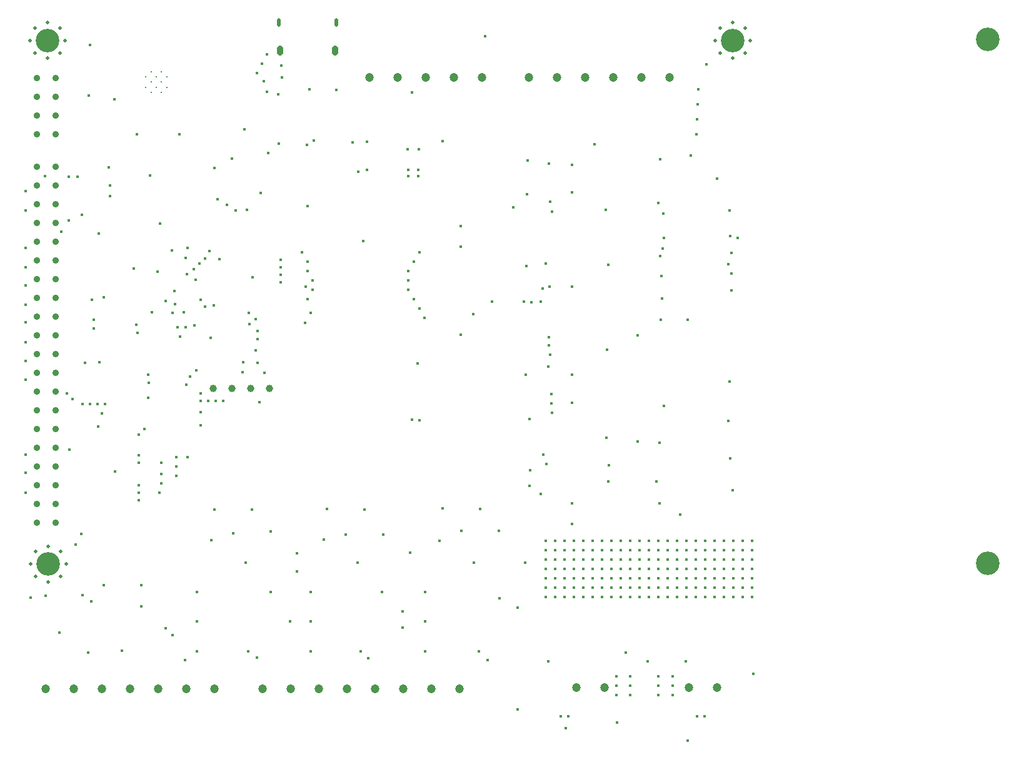
<source format=gbr>
%TF.GenerationSoftware,KiCad,Pcbnew,8.0.4*%
%TF.CreationDate,2024-10-07T12:30:45+07:00*%
%TF.ProjectId,System_Control,53797374-656d-45f4-936f-6e74726f6c2e,rev?*%
%TF.SameCoordinates,Original*%
%TF.FileFunction,Plated,1,4,PTH,Mixed*%
%TF.FilePolarity,Positive*%
%FSLAX46Y46*%
G04 Gerber Fmt 4.6, Leading zero omitted, Abs format (unit mm)*
G04 Created by KiCad (PCBNEW 8.0.4) date 2024-10-07 12:30:45*
%MOMM*%
%LPD*%
G01*
G04 APERTURE LIST*
%TA.AperFunction,ComponentDrill*%
%ADD10C,0.200000*%
%TD*%
%TA.AperFunction,ViaDrill*%
%ADD11C,0.400000*%
%TD*%
%TA.AperFunction,ComponentDrill*%
%ADD12C,0.500000*%
%TD*%
G04 aperture for slot hole*
%TA.AperFunction,ComponentDrill*%
%ADD13C,0.550000*%
%TD*%
G04 aperture for slot hole*
%TA.AperFunction,ComponentDrill*%
%ADD14C,0.850000*%
%TD*%
%TA.AperFunction,ComponentDrill*%
%ADD15C,0.900000*%
%TD*%
%TA.AperFunction,ComponentDrill*%
%ADD16C,1.000000*%
%TD*%
%TA.AperFunction,ComponentDrill*%
%ADD17C,1.200000*%
%TD*%
%TA.AperFunction,ComponentDrill*%
%ADD18C,3.200000*%
%TD*%
G04 APERTURE END LIST*
D10*
%TO.C,U1*%
X168950300Y-98067000D03*
X168950300Y-99467000D03*
X169650300Y-97367000D03*
X169650300Y-98767000D03*
X169650300Y-100167000D03*
X170350300Y-98067000D03*
X170350300Y-99467000D03*
X171050300Y-97367000D03*
X171050300Y-98767000D03*
X171050300Y-100167000D03*
X171750300Y-98067000D03*
X171750300Y-99467000D03*
%TD*%
D11*
X152685800Y-113579400D03*
X152685800Y-116195600D03*
X152685800Y-121275600D03*
X152685800Y-123891800D03*
X152685800Y-126355600D03*
X152685800Y-128946400D03*
X152685800Y-131334000D03*
X152685800Y-134026400D03*
X152685800Y-136541000D03*
X152685800Y-139106400D03*
X152685800Y-149266400D03*
X152685800Y-151704800D03*
X152685800Y-154422600D03*
X153370167Y-168645196D03*
X155302000Y-111496600D03*
X155346400Y-168430800D03*
X157257800Y-173371000D03*
X157511800Y-119091200D03*
X158273800Y-140986000D03*
X158477000Y-117541800D03*
X158502400Y-111598200D03*
X158604000Y-148606000D03*
X159035800Y-141748000D03*
X159467600Y-161509200D03*
X159696200Y-111572800D03*
X160153400Y-160036000D03*
X160280400Y-116754400D03*
X160382000Y-142408400D03*
X160382000Y-168316400D03*
X160712200Y-136820400D03*
X161144000Y-176114200D03*
X161220200Y-100600000D03*
X161347700Y-93742000D03*
X161398000Y-142408400D03*
X161550400Y-169161000D03*
X161658399Y-128307932D03*
X161880600Y-131003800D03*
X161912400Y-132146800D03*
X162414000Y-142408400D03*
X162464800Y-145456400D03*
X162518670Y-119342130D03*
X162668000Y-136712400D03*
X162972800Y-143703800D03*
X163238600Y-166932600D03*
X163251421Y-127935760D03*
X163430000Y-142408400D03*
X163887200Y-110353600D03*
X164065000Y-112817400D03*
X164065000Y-114214400D03*
X164674600Y-101108000D03*
X164750800Y-151577800D03*
X165716000Y-175860200D03*
X167316200Y-124018800D03*
X167652669Y-131632531D03*
X167697200Y-105857800D03*
X167773400Y-132750000D03*
X167938481Y-146605801D03*
X168002000Y-149368000D03*
X168002000Y-150384000D03*
X168002000Y-153432000D03*
X168002000Y-154448000D03*
X168002000Y-155464000D03*
X168318600Y-166958000D03*
X168332200Y-169891200D03*
X168764000Y-145812000D03*
X169261399Y-141565199D03*
X169261400Y-138420600D03*
X169322800Y-139538200D03*
X169501100Y-111471200D03*
X169729200Y-129937000D03*
X170556600Y-124501400D03*
X170796000Y-154448000D03*
X170872200Y-117948200D03*
X171050000Y-150384000D03*
X171050000Y-151908000D03*
X171050000Y-153178000D03*
X171588800Y-172786800D03*
X171634200Y-128470200D03*
X172447000Y-121580400D03*
X172558100Y-130029100D03*
X172574000Y-173777400D03*
X172828000Y-127124000D03*
X172929600Y-128870200D03*
X173082000Y-149622000D03*
X173082000Y-150892000D03*
X173082000Y-152162000D03*
X173261400Y-132045200D03*
X173488400Y-105857800D03*
X173590000Y-133264400D03*
X174098000Y-129937000D03*
X174269600Y-177124000D03*
X174309074Y-131994264D03*
X174326600Y-122647200D03*
X174377400Y-139754194D03*
X174504400Y-124825200D03*
X174556600Y-121224800D03*
X174606000Y-149622000D03*
X174961600Y-138700000D03*
X175469600Y-124120400D03*
X175527338Y-131772738D03*
X175691738Y-125606400D03*
X175758200Y-137887200D03*
X175838000Y-167885398D03*
X175838000Y-171873198D03*
X175838000Y-175911798D03*
X176155400Y-123383800D03*
X176358600Y-140986000D03*
X176380931Y-128289069D03*
X176384000Y-142002000D03*
X176384000Y-143526000D03*
X176384000Y-145304000D03*
X176968200Y-129200400D03*
X176993600Y-122672600D03*
X177400000Y-142002000D03*
X177552400Y-121707400D03*
X177757006Y-133443606D03*
X177806400Y-160836600D03*
X178111200Y-129022600D03*
X178187400Y-156721800D03*
X178193800Y-110404400D03*
X178416000Y-142002000D03*
X178670000Y-114682637D03*
X178873200Y-122774200D03*
X179432000Y-142002000D03*
X179940000Y-115392009D03*
X180600900Y-109159800D03*
X180727400Y-159922200D03*
X181108400Y-116170200D03*
X181997400Y-138065000D03*
X182124400Y-136744200D03*
X182265900Y-105164800D03*
X182435600Y-163897598D03*
X182661041Y-116096809D03*
X182759400Y-175911798D03*
X182886400Y-130024000D03*
X182965669Y-131607000D03*
X183267400Y-156721800D03*
X183365841Y-125266559D03*
X183775400Y-135144000D03*
X183788215Y-130902200D03*
X183978600Y-176800000D03*
X183979100Y-97552000D03*
X184029400Y-132524000D03*
X184029400Y-133645400D03*
X184029400Y-136795000D03*
X184283400Y-142129000D03*
X184461200Y-113776200D03*
X184620000Y-96282000D03*
X184918400Y-98644200D03*
X184969200Y-138166600D03*
X185324800Y-95012000D03*
X185376100Y-100092000D03*
X185530200Y-108390600D03*
X185807400Y-159719000D03*
X185807400Y-167885398D03*
X186848800Y-100447600D03*
X186927200Y-107120600D03*
X187213841Y-122841973D03*
X187213841Y-123862974D03*
X187213841Y-124906662D03*
X187213841Y-125923800D03*
X187255200Y-96536000D03*
X187356800Y-98136200D03*
X188474400Y-171873198D03*
X189414200Y-162652200D03*
X189414200Y-165116000D03*
X190087400Y-121871600D03*
X190526000Y-131384800D03*
X190608000Y-126508000D03*
X190760400Y-107280200D03*
X190817600Y-123151525D03*
X190818000Y-124411600D03*
X190818000Y-128221600D03*
X190862000Y-115586000D03*
X191090600Y-99711000D03*
X191249400Y-167885398D03*
X191249400Y-171873198D03*
X191249400Y-175911798D03*
X191256200Y-130031400D03*
X191548200Y-125681600D03*
X191548200Y-126951600D03*
X191700200Y-106670600D03*
X193047400Y-160824198D03*
X193427400Y-156651799D03*
X194722800Y-99812600D03*
X195967400Y-160087199D03*
X196958000Y-106950000D03*
X197630200Y-163897598D03*
X197694600Y-110912400D03*
X198024800Y-175911798D03*
X198380400Y-120310400D03*
X198507400Y-156702599D03*
X198888400Y-106873800D03*
X198888400Y-110683800D03*
X199091600Y-176850800D03*
X200932200Y-167885398D03*
X201047400Y-160087199D03*
X203726200Y-170551600D03*
X203726200Y-172761400D03*
X204349400Y-107915200D03*
X204451000Y-110683800D03*
X204451000Y-111522000D03*
X204502200Y-124411600D03*
X204502200Y-125681600D03*
X204502200Y-126951600D03*
X204755800Y-162576000D03*
X204959000Y-144542000D03*
X204984400Y-100168200D03*
X205232400Y-123141600D03*
X205232400Y-128221600D03*
X205715930Y-136942330D03*
X205828350Y-110677400D03*
X205828350Y-111522000D03*
X205898800Y-107915200D03*
X205958921Y-144623075D03*
X205962600Y-121871600D03*
X205962600Y-129491600D03*
X206712000Y-130761600D03*
X206775001Y-167884600D03*
X206775001Y-171872400D03*
X206775001Y-175911000D03*
X208667201Y-160950400D03*
X209124401Y-156569000D03*
X209124600Y-106772200D03*
X211550600Y-121097800D03*
X211563000Y-118253000D03*
X211563000Y-132985000D03*
X211663600Y-159636000D03*
X213290200Y-130191000D03*
X213391601Y-163896800D03*
X214001400Y-175911000D03*
X214206500Y-156683200D03*
X214890400Y-92522800D03*
X215195200Y-177104800D03*
X215855600Y-128521000D03*
X216743600Y-159636000D03*
X216795201Y-168784950D03*
X218725800Y-115719550D03*
X219259200Y-183785000D03*
X219284401Y-170003951D03*
X220122851Y-128565451D03*
X220300600Y-163908150D03*
X220427600Y-138471400D03*
X220440600Y-123675800D03*
X220540600Y-113935000D03*
X220656200Y-109388400D03*
X220910200Y-144440400D03*
X220910200Y-153482800D03*
X220986400Y-151374600D03*
X221151403Y-128590800D03*
X222434200Y-128514600D03*
X222434200Y-154575000D03*
X222649522Y-126729341D03*
X222764400Y-149241000D03*
X223120000Y-123333000D03*
X223120000Y-160950400D03*
X223120000Y-162220400D03*
X223120000Y-163490400D03*
X223120000Y-164760400D03*
X223120000Y-166030400D03*
X223120000Y-167300400D03*
X223120000Y-168570400D03*
X223170800Y-150536400D03*
X223399400Y-137379200D03*
X223450200Y-177282600D03*
X223526400Y-109820200D03*
X223551800Y-133391400D03*
X223553160Y-134422700D03*
X223628000Y-126508000D03*
X223678800Y-135728200D03*
X223704200Y-114976400D03*
X223850494Y-142344233D03*
X223875600Y-141087600D03*
X223901367Y-143633633D03*
X223907400Y-116373400D03*
X224390000Y-160950400D03*
X224390000Y-162220400D03*
X224390000Y-163490400D03*
X224390000Y-164760400D03*
X224390000Y-166030400D03*
X224390000Y-167300400D03*
X224390000Y-168570400D03*
X225126600Y-184750200D03*
X225660000Y-160950400D03*
X225660000Y-162220400D03*
X225660000Y-163490400D03*
X225660000Y-164760400D03*
X225660000Y-166030400D03*
X225660000Y-167300400D03*
X225660000Y-168570400D03*
X225774400Y-186325000D03*
X226168000Y-184750200D03*
X226651200Y-126508000D03*
X226651200Y-138446000D03*
X226663032Y-109991968D03*
X226670850Y-155870400D03*
X226676000Y-158639000D03*
X226682350Y-113731800D03*
X226695050Y-142256000D03*
X226930000Y-160950400D03*
X226930000Y-162220400D03*
X226930000Y-163490400D03*
X226930000Y-164760400D03*
X226930000Y-166030400D03*
X226930000Y-167300400D03*
X226930000Y-168570400D03*
X228200000Y-160950400D03*
X228200000Y-162220400D03*
X228200000Y-163490400D03*
X228200000Y-164760400D03*
X228200000Y-166030400D03*
X228200000Y-167300400D03*
X228200000Y-168570400D03*
X229470000Y-160950400D03*
X229470000Y-162220400D03*
X229470000Y-163490400D03*
X229470000Y-164760400D03*
X229470000Y-166030400D03*
X229470000Y-167300400D03*
X229470000Y-168570400D03*
X229724000Y-107204000D03*
X230740000Y-160950400D03*
X230740000Y-162220400D03*
X230740000Y-163490400D03*
X230740000Y-164760400D03*
X230740000Y-166030400D03*
X230740000Y-167300400D03*
X230740000Y-168570400D03*
X231197200Y-116062200D03*
X231324200Y-146980400D03*
X231375000Y-135093200D03*
X231527400Y-123542600D03*
X231578200Y-152917600D03*
X231654400Y-150714200D03*
X232010000Y-160950400D03*
X232010000Y-162220400D03*
X232010000Y-163490400D03*
X232010000Y-164760400D03*
X232010000Y-166030400D03*
X232010000Y-167300400D03*
X232010000Y-168570400D03*
X232645000Y-179340000D03*
X232645000Y-180610000D03*
X232645000Y-181880000D03*
X232721200Y-185588400D03*
X233280000Y-160950400D03*
X233280000Y-162220400D03*
X233280000Y-163490400D03*
X233280000Y-164760400D03*
X233280000Y-166030400D03*
X233280000Y-167300400D03*
X233280000Y-168570400D03*
X233940400Y-176139600D03*
X234550000Y-160950400D03*
X234550000Y-162220400D03*
X234550000Y-163490400D03*
X234550000Y-164760400D03*
X234550000Y-166030400D03*
X234550000Y-167300400D03*
X234550000Y-168570400D03*
X234550000Y-179340000D03*
X234550000Y-180610000D03*
X234550000Y-181880000D03*
X235540600Y-133112000D03*
X235566600Y-147488400D03*
X235820000Y-160950400D03*
X235820000Y-162220400D03*
X235820000Y-163490400D03*
X235820000Y-164760400D03*
X235820000Y-166030400D03*
X235820000Y-167300400D03*
X235820000Y-168570400D03*
X236912200Y-177308000D03*
X237090000Y-160950400D03*
X237090000Y-162220400D03*
X237090000Y-163490400D03*
X237090000Y-164760400D03*
X237090000Y-166030400D03*
X237090000Y-167300400D03*
X237090000Y-168570400D03*
X238106000Y-152930400D03*
X238328200Y-115166721D03*
X238360000Y-160950400D03*
X238360000Y-162220400D03*
X238360000Y-163490400D03*
X238360000Y-164760400D03*
X238360000Y-166030400D03*
X238360000Y-167300400D03*
X238360000Y-168570400D03*
X238360000Y-179340000D03*
X238360000Y-180610000D03*
X238360000Y-181880000D03*
X238487000Y-155870400D03*
X238512400Y-147666200D03*
X238567058Y-122393200D03*
X238580270Y-109193530D03*
X238639400Y-131003800D03*
X238791800Y-125034800D03*
X238842600Y-128108200D03*
X238893400Y-121301000D03*
X239020400Y-116602000D03*
X239071200Y-119904000D03*
X239077973Y-142706800D03*
X239630000Y-160950400D03*
X239630000Y-162220400D03*
X239630000Y-163490400D03*
X239630000Y-164760400D03*
X239630000Y-166030400D03*
X239630000Y-167300400D03*
X239630000Y-168570400D03*
X240265000Y-179340000D03*
X240265000Y-180610000D03*
X240265000Y-181880000D03*
X240900000Y-160950400D03*
X240900000Y-162220400D03*
X240900000Y-163490400D03*
X240900000Y-164760400D03*
X240900000Y-166030400D03*
X240900000Y-167300400D03*
X240900000Y-168570400D03*
X241331800Y-157445200D03*
X242093800Y-177282600D03*
X242170000Y-160950400D03*
X242170000Y-162220400D03*
X242170000Y-163490400D03*
X242170000Y-164760400D03*
X242170000Y-166030400D03*
X242170000Y-167300400D03*
X242170000Y-168570400D03*
X242322400Y-131003800D03*
X242322400Y-188026800D03*
X242754200Y-108728000D03*
X243440000Y-160950400D03*
X243440000Y-162220400D03*
X243440000Y-163490400D03*
X243440000Y-164760400D03*
X243440000Y-166030400D03*
X243440000Y-167300400D03*
X243440000Y-168570400D03*
X243465400Y-105857800D03*
X243567000Y-103825800D03*
X243592400Y-184750200D03*
X243668600Y-101793800D03*
X243789200Y-99736400D03*
X244633800Y-184750200D03*
X244710000Y-160950400D03*
X244710000Y-162220400D03*
X244710000Y-163490400D03*
X244710000Y-164760400D03*
X244710000Y-166030400D03*
X244710000Y-167300400D03*
X244710000Y-168570400D03*
X244837000Y-96383600D03*
X245980000Y-160950400D03*
X245980000Y-162220400D03*
X245980000Y-163490400D03*
X245980000Y-164760400D03*
X245980000Y-166030400D03*
X245980000Y-167300400D03*
X245980000Y-168570400D03*
X246335600Y-111852200D03*
X247250000Y-160950400D03*
X247250000Y-162220400D03*
X247250000Y-163490400D03*
X247250000Y-164760400D03*
X247250000Y-166030400D03*
X247250000Y-167300400D03*
X247250000Y-168570400D03*
X247783400Y-144719800D03*
X247834200Y-123460000D03*
X247961200Y-116144800D03*
X248012000Y-139385800D03*
X248088200Y-119675400D03*
X248088200Y-149799800D03*
X248266000Y-121936000D03*
X248266000Y-124730000D03*
X248266000Y-127016000D03*
X248393000Y-154117800D03*
X248520000Y-160950400D03*
X248520000Y-162220400D03*
X248520000Y-163490400D03*
X248520000Y-164760400D03*
X248520000Y-166030400D03*
X248520000Y-167300400D03*
X248520000Y-168570400D03*
X249062979Y-119912508D03*
X249790000Y-160950400D03*
X249790000Y-162220400D03*
X249790000Y-163490400D03*
X249790000Y-164760400D03*
X249790000Y-166030400D03*
X249790000Y-167300400D03*
X249790000Y-168570400D03*
X251060000Y-160950400D03*
X251060000Y-162220400D03*
X251060000Y-163490400D03*
X251060000Y-164760400D03*
X251060000Y-166030400D03*
X251060000Y-167300400D03*
X251060000Y-168570400D03*
X251212400Y-178959000D03*
D12*
%TO.C,U4*%
X153221800Y-93116600D03*
X153321800Y-164116600D03*
X153924744Y-91419544D03*
X153924744Y-94813656D03*
X154024744Y-162419544D03*
X154024744Y-165813656D03*
X155621800Y-90716600D03*
X155621800Y-95516600D03*
X155721800Y-161716600D03*
X155721800Y-166516600D03*
X157318856Y-91419544D03*
X157318856Y-94813656D03*
X157418856Y-162419544D03*
X157418856Y-165813656D03*
X158021800Y-93116600D03*
X158121800Y-164116600D03*
%TO.C,H1*%
X246005400Y-93116600D03*
X246708344Y-91419544D03*
X246708344Y-94813656D03*
X248405400Y-90716600D03*
X248405400Y-95516600D03*
X250102456Y-91419544D03*
X250102456Y-94813656D03*
X250805400Y-93116600D03*
D13*
%TO.C,J2*%
X186975600Y-90369000D02*
X186975600Y-91019000D01*
X194725600Y-90369000D02*
X194725600Y-91019000D01*
D14*
X187125600Y-94219000D02*
X187125600Y-94769000D01*
X194575600Y-94219000D02*
X194575600Y-94769000D01*
D15*
%TO.C,U4*%
X154209800Y-98186600D03*
X154209800Y-100726600D03*
X154209800Y-103266600D03*
X154209800Y-105806600D03*
X154209800Y-110226600D03*
X154209800Y-112766600D03*
X154209800Y-115306600D03*
X154209800Y-117846600D03*
X154209800Y-120386600D03*
X154209800Y-122926600D03*
X154209800Y-125466600D03*
X154209800Y-128006600D03*
X154209800Y-130546600D03*
X154209800Y-133086600D03*
X154209800Y-135626600D03*
X154209800Y-138166600D03*
X154209800Y-140706600D03*
X154209800Y-143246600D03*
X154209800Y-145786600D03*
X154209800Y-148326600D03*
X154209800Y-150866600D03*
X154209800Y-153406600D03*
X154209800Y-155946600D03*
X154209800Y-158486600D03*
X156749800Y-98186600D03*
X156749800Y-100726600D03*
X156749800Y-103266600D03*
X156749800Y-105806600D03*
X156749800Y-110226600D03*
X156749800Y-112766600D03*
X156749800Y-115306600D03*
X156749800Y-117846600D03*
X156749800Y-120386600D03*
X156749800Y-122926600D03*
X156749800Y-125466600D03*
X156749800Y-128006600D03*
X156749800Y-130546600D03*
X156749800Y-133086600D03*
X156749800Y-135626600D03*
X156749800Y-138166600D03*
X156749800Y-140706600D03*
X156749800Y-143246600D03*
X156749800Y-145786600D03*
X156749800Y-148326600D03*
X156749800Y-150866600D03*
X156749800Y-153406600D03*
X156749800Y-155946600D03*
X156749800Y-158486600D03*
D16*
%TO.C,J5*%
X178060400Y-140325600D03*
X180600400Y-140325600D03*
X183140400Y-140325600D03*
X185680400Y-140325600D03*
D17*
%TO.C,J10*%
X155346400Y-181051200D03*
X159156400Y-181051200D03*
X162966400Y-181051200D03*
X166776400Y-181051200D03*
X170586400Y-181051200D03*
X174396400Y-181051200D03*
X178206400Y-181051200D03*
%TO.C,J9*%
X184785000Y-181051200D03*
X188595000Y-181051200D03*
X192405000Y-181051200D03*
X196215000Y-181051200D03*
%TO.C,J3*%
X199181800Y-98141201D03*
%TO.C,J9*%
X200025000Y-181051200D03*
%TO.C,J3*%
X202991800Y-98141201D03*
%TO.C,J9*%
X203835000Y-181051200D03*
%TO.C,J3*%
X206801800Y-98141201D03*
%TO.C,J9*%
X207645000Y-181051200D03*
%TO.C,J3*%
X210611800Y-98141201D03*
%TO.C,J9*%
X211455000Y-181051200D03*
%TO.C,J3*%
X214421800Y-98141201D03*
%TO.C,J1*%
X220822600Y-98129000D03*
X224632600Y-98129000D03*
%TO.C,J6*%
X227260200Y-180889400D03*
%TO.C,J1*%
X228442600Y-98129000D03*
%TO.C,J6*%
X231070200Y-180889400D03*
%TO.C,J1*%
X232252600Y-98129000D03*
X236062600Y-98129000D03*
X239872600Y-98129000D03*
%TO.C,J4*%
X242474800Y-180889400D03*
X246284800Y-180889400D03*
D18*
%TO.C,U4*%
X155621800Y-93116600D03*
X155721800Y-164116600D03*
%TO.C,H1*%
X248405400Y-93116600D03*
%TO.C,U4*%
X282979800Y-92986600D03*
X282979800Y-163986600D03*
M02*

</source>
